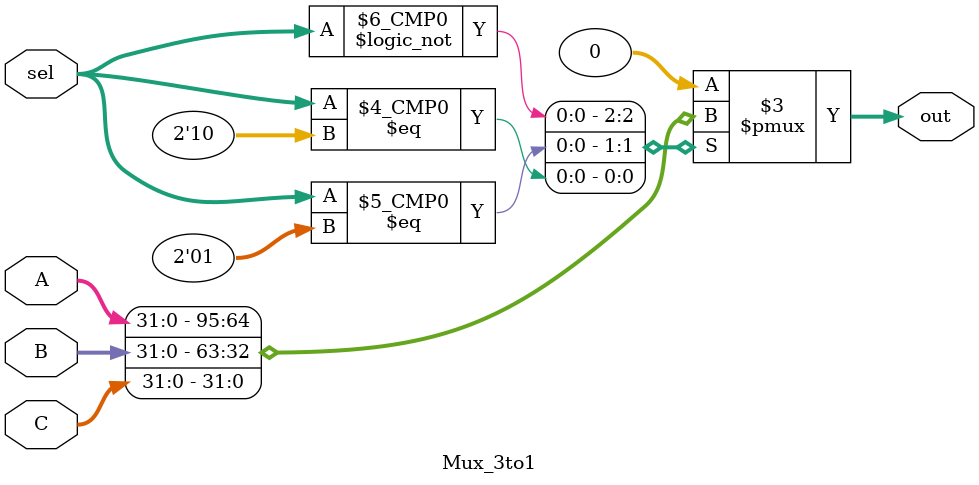
<source format=sv>


module Mux_3to1 ( input logic [31:0] A
                , input logic [31:0] B
                , input logic [31:0] C
                , input logic [1:0] sel
                , output logic [31:0] out
                );

    always_comb begin
        case (sel)
            2'b00: out = A;
            2'b01: out = B;
            2'b10: out = C;
            default: out = 31'b0;
        endcase
    end
endmodule
</source>
